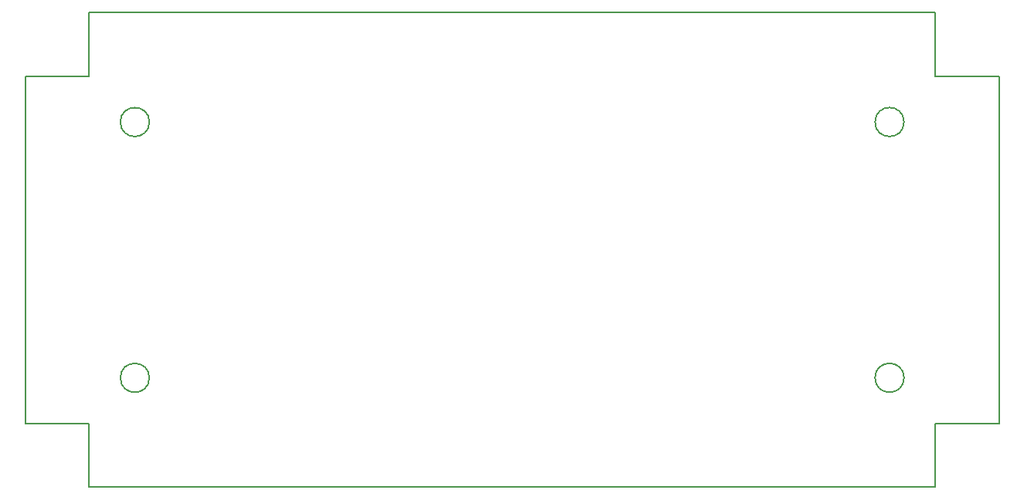
<source format=gm1>
G04 #@! TF.GenerationSoftware,KiCad,Pcbnew,(5.1.0)-1*
G04 #@! TF.CreationDate,2019-04-13T14:57:07-07:00*
G04 #@! TF.ProjectId,AS.001.revA,41532e30-3031-42e7-9265-76412e6b6963,Rev A*
G04 #@! TF.SameCoordinates,Original*
G04 #@! TF.FileFunction,Profile,NP*
%FSLAX46Y46*%
G04 Gerber Fmt 4.6, Leading zero omitted, Abs format (unit mm)*
G04 Created by KiCad (PCBNEW (5.1.0)-1) date 2019-04-13 14:57:07*
%MOMM*%
%LPD*%
G04 APERTURE LIST*
%ADD10C,0.150000*%
%ADD11C,0.200000*%
G04 APERTURE END LIST*
D10*
X64389000Y-90868500D02*
G75*
G03X64389000Y-90868500I-1587500J0D01*
G01*
X147066000Y-90868500D02*
G75*
G03X147066000Y-90868500I-1587500J0D01*
G01*
X147066000Y-62801500D02*
G75*
G03X147066000Y-62801500I-1587500J0D01*
G01*
X64389000Y-62801500D02*
G75*
G03X64389000Y-62801500I-1587500J0D01*
G01*
D11*
X57785000Y-50800000D02*
X57785000Y-57785000D01*
X57785000Y-57785000D02*
X50800000Y-57785000D01*
X150495000Y-50800000D02*
X57785000Y-50800000D01*
X150495000Y-57785000D02*
X150495000Y-50800000D01*
X157480000Y-57785000D02*
X150495000Y-57785000D01*
X157480000Y-95885000D02*
X157480000Y-57785000D01*
X150495000Y-95885000D02*
X157480000Y-95885000D01*
X150495000Y-102870000D02*
X150495000Y-95885000D01*
X57785000Y-102870000D02*
X150495000Y-102870000D01*
X57785000Y-95885000D02*
X57785000Y-102870000D01*
X50800000Y-95885000D02*
X57785000Y-95885000D01*
X50800000Y-57785000D02*
X50800000Y-95885000D01*
M02*

</source>
